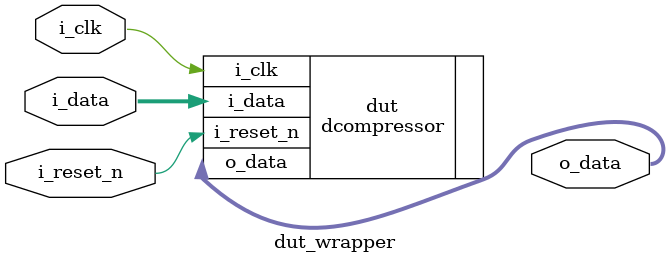
<source format=sv>
`timescale 1ps/1ps

module dut_wrapper(
    input wire i_clk,
    input wire i_reset_n,
    input wire [7:0] i_data,
    output wire [7:0] o_data
);

dcompressor dut (
    .i_clk(i_clk),
    .i_reset_n(i_reset_n),
    .i_data(i_data),
    .o_data(o_data)
);

endmodule
</source>
